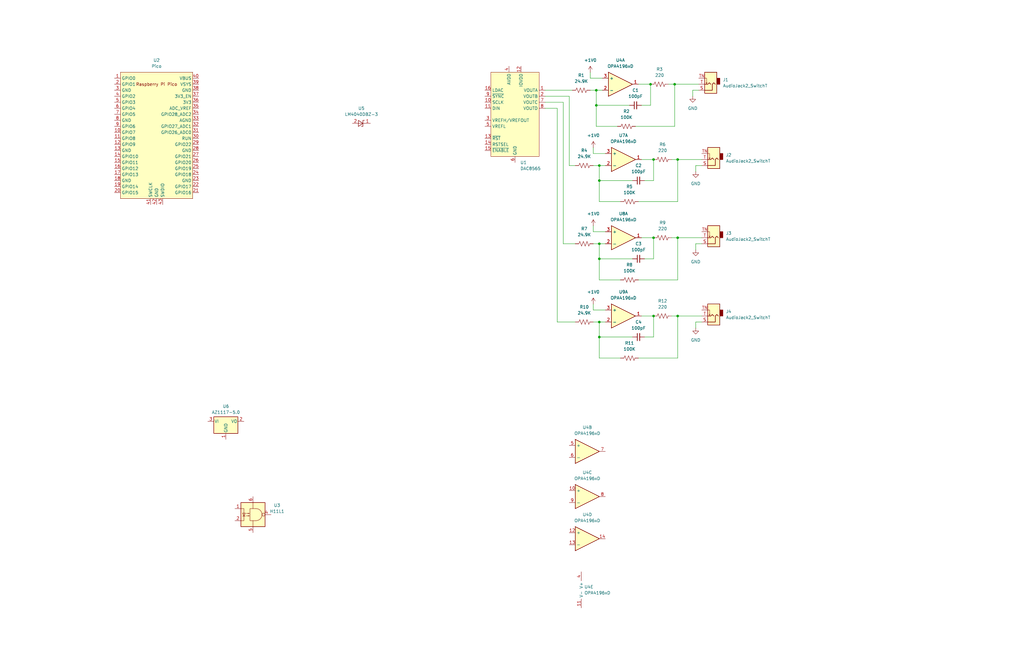
<source format=kicad_sch>
(kicad_sch (version 20231120) (generator "eeschema") (generator_version "8.0")
  (paper "B")
  (lib_symbols
    (symbol "Amplifier_Operational:OPA4196xD"
      (property "Reference" "U" (at 0 3.81 0))
      (property "Value" "OPA4196xD" (at 0 -3.81 0))
      (symbol "OPA4196xD_1_1"
        (polyline (pts (xy -5.08 5.08) (xy 5.08 0) (xy -5.08 -5.08) (xy -5.08 5.08)) (stroke (width 0.254)) (fill (type background)))
        (pin output line (at 7.62 0 180) (length 2.54) (name "~") (number "1"))
        (pin input line (at -7.62 -2.54 0) (length 2.54) (name "-") (number "2"))
        (pin input line (at -7.62 2.54 0) (length 2.54) (name "+") (number "3"))
      )
      (symbol "OPA4196xD_2_1"
        (polyline (pts (xy -5.08 5.08) (xy 5.08 0) (xy -5.08 -5.08) (xy -5.08 5.08)) (stroke (width 0.254)) (fill (type background)))
        (pin input line (at -7.62 2.54 0) (length 2.54) (name "+") (number "5"))
        (pin input line (at -7.62 -2.54 0) (length 2.54) (name "-") (number "6"))
        (pin output line (at 7.62 0 180) (length 2.54) (name "~") (number "7"))
      )
      (symbol "OPA4196xD_3_1"
        (polyline (pts (xy -5.08 5.08) (xy 5.08 0) (xy -5.08 -5.08) (xy -5.08 5.08)) (stroke (width 0.254)) (fill (type background)))
        (pin input line (at -7.62 2.54 0) (length 2.54) (name "+") (number "10"))
        (pin output line (at 7.62 0 180) (length 2.54) (name "~") (number "8"))
        (pin input line (at -7.62 -2.54 0) (length 2.54) (name "-") (number "9"))
      )
      (symbol "OPA4196xD_4_1"
        (polyline (pts (xy -5.08 5.08) (xy 5.08 0) (xy -5.08 -5.08) (xy -5.08 5.08)) (stroke (width 0.254)) (fill (type background)))
        (pin input line (at -7.62 2.54 0) (length 2.54) (name "+") (number "12"))
        (pin input line (at -7.62 -2.54 0) (length 2.54) (name "-") (number "13"))
        (pin output line (at 7.62 0 180) (length 2.54) (name "~") (number "14"))
      )
      (symbol "OPA4196xD_5_1"
        (pin power_in line (at -2.54 -7.62 90) (length 3.81) (name "V-") (number "11"))
        (pin power_in line (at -2.54 7.62 270) (length 3.81) (name "V+") (number "4"))
      )
    )
    (symbol "Analog_DAC:DAC8565"
      (property "Reference" "U" (at -8.89 21.59 0))
      (property "Value" "DAC8565" (at 10.16 21.59 0))
      (symbol "DAC8565_0_0"
        (pin output line (at 12.7 12.7 180) (length 2.54) (name "VOUTA") (number "1"))
        (pin input line (at -12.7 7.62 0) (length 2.54) (name "SCLK") (number "10"))
        (pin input line (at -12.7 5.08 0) (length 2.54) (name "DIN") (number "11"))
        (pin power_in line (at 2.54 22.86 270) (length 2.54) (name "IOVDD") (number "12"))
        (pin input line (at -12.7 -7.62 0) (length 2.54) (name "~{RST}") (number "13"))
        (pin input line (at -12.7 -10.16 0) (length 2.54) (name "RSTSEL") (number "14"))
        (pin input line (at -12.7 -12.7 0) (length 2.54) (name "~{ENABLE}") (number "15"))
        (pin input line (at -12.7 12.7 0) (length 2.54) (name "LDAC") (number "16"))
        (pin output line (at 12.7 10.16 180) (length 2.54) (name "VOUTB") (number "2"))
        (pin bidirectional line (at -12.7 0 0) (length 2.54) (name "VREFH/VREFOUT") (number "3"))
        (pin power_in line (at -2.54 22.86 270) (length 2.54) (name "AVDD") (number "4"))
        (pin input line (at -12.7 -2.54 0) (length 2.54) (name "VREFL") (number "5"))
        (pin power_in line (at 0 -17.78 90) (length 2.54) (name "GND") (number "6"))
        (pin output line (at 12.7 7.62 180) (length 2.54) (name "VOUTC") (number "7"))
        (pin output line (at 12.7 5.08 180) (length 2.54) (name "VOUTD") (number "8"))
        (pin input line (at -12.7 10.16 0) (length 2.54) (name "~{SYNC}") (number "9"))
      )
      (symbol "DAC8565_0_1"
        (rectangle (start -10.16 20.32) (end 10.16 -15.24) (stroke (width 0.1524)) (fill (type background)))
      )
    )
    (symbol "Connector_Audio:AudioJack2_SwitchT"
      (property "Reference" "J" (at 0 8.89 0))
      (property "Value" "AudioJack2_SwitchT" (at 0 6.35 0))
      (symbol "AudioJack2_SwitchT_0_1"
        (rectangle (start -2.54 0) (end -3.81 -2.54) (stroke (width 0.254)) (fill (type outline)))
        (polyline (pts (xy 1.778 -0.254) (xy 2.032 -0.762)))
        (polyline (pts (xy 0 0) (xy 0.635 -0.635) (xy 1.27 0) (xy 2.54 0)) (stroke (width 0.254)))
        (polyline (pts (xy 2.54 -2.54) (xy 1.778 -2.54) (xy 1.778 -0.254) (xy 1.524 -0.762)))
        (polyline (pts (xy 2.54 2.54) (xy -0.635 2.54) (xy -0.635 0) (xy -1.27 -0.635) (xy -1.905 0)) (stroke (width 0.254)))
        (rectangle (start 2.54 3.81) (end -2.54 -5.08) (stroke (width 0.254)) (fill (type background)))
      )
      (symbol "AudioJack2_SwitchT_1_1"
        (pin passive line (at 5.08 2.54 180) (length 2.54) (name "~") (number "S"))
        (pin passive line (at 5.08 0 180) (length 2.54) (name "~") (number "T"))
        (pin passive line (at 5.08 -2.54 180) (length 2.54) (name "~") (number "TN"))
      )
    )
    (symbol "Device:C_Small" (pin_numbers hide) (pin_names (offset 0.254) hide)
      (property "Reference" "C" (at 0.254 1.778 0))
      (property "Value" "C_Small" (at 0.254 -2.032 0))
      (symbol "C_Small_0_1"
        (polyline (pts (xy -1.524 -0.508) (xy 1.524 -0.508)) (stroke (width 0.3302)))
        (polyline (pts (xy -1.524 0.508) (xy 1.524 0.508)) (stroke (width 0.3048)))
      )
      (symbol "C_Small_1_1"
        (pin passive line (at 0 2.54 270) (length 2.032) (name "~") (number "1"))
        (pin passive line (at 0 -2.54 90) (length 2.032) (name "~") (number "2"))
      )
    )
    (symbol "Device:R_US" (pin_numbers hide) (pin_names (offset 0))
      (property "Reference" "R" (at 2.54 0 90))
      (property "Value" "R_US" (at -2.54 0 90))
      (symbol "R_US_0_1"
        (polyline (pts (xy 0 -2.286) (xy 0 -2.54)))
        (polyline (pts (xy 0 2.286) (xy 0 2.54)))
        (polyline (pts (xy 0 -0.762) (xy 1.016 -1.143) (xy 0 -1.524) (xy -1.016 -1.905) (xy 0 -2.286)))
        (polyline (pts (xy 0 0.762) (xy 1.016 0.381) (xy 0 0) (xy -1.016 -0.381) (xy 0 -0.762)))
        (polyline (pts (xy 0 2.286) (xy 1.016 1.905) (xy 0 1.524) (xy -1.016 1.143) (xy 0 0.762)))
      )
      (symbol "R_US_1_1"
        (pin passive line (at 0 3.81 270) (length 1.27) (name "~") (number "1"))
        (pin passive line (at 0 -3.81 90) (length 1.27) (name "~") (number "2"))
      )
    )
    (symbol "Isolator:H11L1" (pin_names (offset 1.016))
      (property "Reference" "U" (at 1.27 8.89 0))
      (property "Value" "H11L1" (at 1.27 6.35 0))
      (symbol "H11L1_0_1"
        (rectangle (start -5.08 5.08) (end 5.08 -5.08) (stroke (width 0.254)) (fill (type background)))
        (polyline (pts (xy -4.445 -0.635) (xy -3.175 -0.635)))
        (polyline (pts (xy 0 2.54) (xy 0 5.08)))
        (polyline (pts (xy 0 -2.54) (xy 0 -5.08) (xy 0 -3.81)))
        (polyline (pts (xy -5.08 -2.54) (xy -3.81 -2.54) (xy -3.81 2.54) (xy -5.08 2.54)))
        (polyline (pts (xy -3.81 -0.635) (xy -4.445 0.635) (xy -3.175 0.635) (xy -3.81 -0.635)))
        (polyline (pts (xy 1.27 -2.54) (xy -1.27 -2.54) (xy -1.27 2.54) (xy 1.27 2.54)))
        (polyline (pts (xy -2.794 -0.508) (xy -1.524 -0.508) (xy -1.905 -0.635) (xy -1.905 -0.381) (xy -1.524 -0.508)))
        (polyline (pts (xy -2.794 0.508) (xy -1.524 0.508) (xy -1.905 0.381) (xy -1.905 0.635) (xy -1.524 0.508)))
        (arc (start 1.27 -2.54) (mid 3.799 0) (end 1.27 2.54))
      )
      (symbol "H11L1_1_1"
        (pin passive line (at -7.62 2.54 0) (length 2.54) (name "~") (number "1"))
        (pin passive line (at -7.62 -2.54 0) (length 2.54) (name "~") (number "2"))
        (pin no_connect line (at -5.08 0 0) (length 2.54) hide (name "~") (number "3"))
        (pin output inverted (at 7.62 0 180) (length 3.81) (name "~") (number "4"))
        (pin power_in line (at 0 -7.62 90) (length 2.54) (name "~") (number "5"))
        (pin power_in line (at 0 7.62 270) (length 2.54) (name "~") (number "6"))
      )
    )
    (symbol "Reference_Voltage:LM4040DBZ-3" (pin_names (offset 0.0254) hide)
      (property "Reference" "U" (at 0 2.54 0))
      (property "Value" "LM4040DBZ-3" (at 0 -3.175 0))
      (symbol "LM4040DBZ-3_0_1"
        (polyline (pts (xy -1.27 0) (xy 0 0) (xy 1.27 0)))
        (polyline (pts (xy -1.27 -1.27) (xy 0.635 0) (xy -1.27 1.27) (xy -1.27 -1.27)) (stroke (width 0.2032)))
        (polyline (pts (xy 0 -1.27) (xy 0.635 -1.27) (xy 0.635 1.27) (xy 1.27 1.27)) (stroke (width 0.2032)))
      )
      (symbol "LM4040DBZ-3_1_1"
        (pin passive line (at 3.81 0 180) (length 2.54) (name "K") (number "1"))
        (pin passive line (at -3.81 0 0) (length 2.54) (name "A") (number "2"))
      )
    )
    (symbol "Regulator_Linear:AZ1117-5.0" (pin_names (offset 0.254))
      (property "Reference" "U" (at -3.81 3.175 0))
      (property "Value" "AZ1117-5.0" (at 0 3.175 0))
      (symbol "AZ1117-5.0_0_1"
        (rectangle (start -5.08 1.905) (end 5.08 -5.08) (stroke (width 0.254)) (fill (type background)))
      )
      (symbol "AZ1117-5.0_1_1"
        (pin power_in line (at 0 -7.62 90) (length 2.54) (name "GND") (number "1"))
        (pin power_out line (at 7.62 0 180) (length 2.54) (name "VO") (number "2"))
        (pin power_in line (at -7.62 0 0) (length 2.54) (name "VI") (number "3"))
      )
    )
    (symbol "power:+1V0" (power) (pin_numbers hide) (pin_names (offset 0) hide)
      (property "Value" "+1V0" (at 0 3.556 0))
      (symbol "+1V0_0_1"
        (polyline (pts (xy -0.762 1.27) (xy 0 2.54)))
        (polyline (pts (xy 0 0) (xy 0 2.54)))
        (polyline (pts (xy 0 2.54) (xy 0.762 1.27)))
      )
      (symbol "+1V0_1_1"
        (pin power_in line (at 0 0 90) (length 0) (name "~") (number "1"))
      )
    )
    (symbol "power:GND" (power) (pin_numbers hide) (pin_names (offset 0) hide)
      (property "Value" "GND" (at 0 -3.81 0))
      (symbol "GND_0_1"
        (polyline (pts (xy 0 0) (xy 0 -1.27) (xy 1.27 -1.27) (xy 0 -2.54) (xy -1.27 -1.27) (xy 0 -1.27)))
      )
      (symbol "GND_1_1"
        (pin power_in line (at 0 0 270) (length 0) (name "~") (number "1"))
      )
    )
    (symbol "rp_pico:Pico"
      (property "Reference" "U" (at -13.97 27.94 0))
      (property "Value" "Pico" (at 0 19.05 0))
      (symbol "Pico_0_0"
        (text "Raspberry Pi Pico" (at 0 21.59 0) (effects (font (size 1.27 1.27))))
      )
      (symbol "Pico_0_1"
        (rectangle (start -15.24 26.67) (end 15.24 -26.67) (fill (type background)))
      )
      (symbol "Pico_1_1"
        (pin bidirectional line (at -17.78 24.13 0) (length 2.54) (name "GPIO0") (number "1"))
        (pin bidirectional line (at -17.78 1.27 0) (length 2.54) (name "GPIO7") (number "10"))
        (pin bidirectional line (at -17.78 -1.27 0) (length 2.54) (name "GPIO8") (number "11"))
        (pin bidirectional line (at -17.78 -3.81 0) (length 2.54) (name "GPIO9") (number "12"))
        (pin power_in line (at -17.78 -6.35 0) (length 2.54) (name "GND") (number "13"))
        (pin bidirectional line (at -17.78 -8.89 0) (length 2.54) (name "GPIO10") (number "14"))
        (pin bidirectional line (at -17.78 -11.43 0) (length 2.54) (name "GPIO11") (number "15"))
        (pin bidirectional line (at -17.78 -13.97 0) (length 2.54) (name "GPIO12") (number "16"))
        (pin bidirectional line (at -17.78 -16.51 0) (length 2.54) (name "GPIO13") (number "17"))
        (pin power_in line (at -17.78 -19.05 0) (length 2.54) (name "GND") (number "18"))
        (pin bidirectional line (at -17.78 -21.59 0) (length 2.54) (name "GPIO14") (number "19"))
        (pin bidirectional line (at -17.78 21.59 0) (length 2.54) (name "GPIO1") (number "2"))
        (pin bidirectional line (at -17.78 -24.13 0) (length 2.54) (name "GPIO15") (number "20"))
        (pin bidirectional line (at 17.78 -24.13 180) (length 2.54) (name "GPIO16") (number "21"))
        (pin bidirectional line (at 17.78 -21.59 180) (length 2.54) (name "GPIO17") (number "22"))
        (pin power_in line (at 17.78 -19.05 180) (length 2.54) (name "GND") (number "23"))
        (pin bidirectional line (at 17.78 -16.51 180) (length 2.54) (name "GPIO18") (number "24"))
        (pin bidirectional line (at 17.78 -13.97 180) (length 2.54) (name "GPIO19") (number "25"))
        (pin bidirectional line (at 17.78 -11.43 180) (length 2.54) (name "GPIO20") (number "26"))
        (pin bidirectional line (at 17.78 -8.89 180) (length 2.54) (name "GPIO21") (number "27"))
        (pin power_in line (at 17.78 -6.35 180) (length 2.54) (name "GND") (number "28"))
        (pin bidirectional line (at 17.78 -3.81 180) (length 2.54) (name "GPIO22") (number "29"))
        (pin power_in line (at -17.78 19.05 0) (length 2.54) (name "GND") (number "3"))
        (pin input line (at 17.78 -1.27 180) (length 2.54) (name "RUN") (number "30"))
        (pin bidirectional line (at 17.78 1.27 180) (length 2.54) (name "GPIO26_ADC0") (number "31"))
        (pin bidirectional line (at 17.78 3.81 180) (length 2.54) (name "GPIO27_ADC1") (number "32"))
        (pin power_in line (at 17.78 6.35 180) (length 2.54) (name "AGND") (number "33"))
        (pin bidirectional line (at 17.78 8.89 180) (length 2.54) (name "GPIO28_ADC2") (number "34"))
        (pin power_in line (at 17.78 11.43 180) (length 2.54) (name "ADC_VREF") (number "35"))
        (pin power_in line (at 17.78 13.97 180) (length 2.54) (name "3V3") (number "36"))
        (pin input line (at 17.78 16.51 180) (length 2.54) (name "3V3_EN") (number "37"))
        (pin bidirectional line (at 17.78 19.05 180) (length 2.54) (name "GND") (number "38"))
        (pin power_in line (at 17.78 21.59 180) (length 2.54) (name "VSYS") (number "39"))
        (pin bidirectional line (at -17.78 16.51 0) (length 2.54) (name "GPIO2") (number "4"))
        (pin power_in line (at 17.78 24.13 180) (length 2.54) (name "VBUS") (number "40"))
        (pin input line (at -2.54 -29.21 90) (length 2.54) (name "SWCLK") (number "41"))
        (pin power_in line (at 0 -29.21 90) (length 2.54) (name "GND") (number "42"))
        (pin bidirectional line (at 2.54 -29.21 90) (length 2.54) (name "SWDIO") (number "43"))
        (pin bidirectional line (at -17.78 13.97 0) (length 2.54) (name "GPIO3") (number "5"))
        (pin bidirectional line (at -17.78 11.43 0) (length 2.54) (name "GPIO4") (number "6"))
        (pin bidirectional line (at -17.78 8.89 0) (length 2.54) (name "GPIO5") (number "7"))
        (pin power_in line (at -17.78 6.35 0) (length 2.54) (name "GND") (number "8"))
        (pin bidirectional line (at -17.78 3.81 0) (length 2.54) (name "GPIO6") (number "9"))
      )
    )
  )
  (junction (at 252.73 109.22))
  (junction (at 285.75 133.35))
  (junction (at 284.48 35.56))
  (junction (at 275.59 67.31))
  (junction (at 275.59 133.35))
  (junction (at 252.73 69.85))
  (junction (at 252.73 102.87))
  (junction (at 252.73 135.89))
  (junction (at 251.46 44.45))
  (junction (at 252.73 76.2))
  (junction (at 252.73 142.24))
  (junction (at 285.75 67.31))
  (junction (at 274.32 35.56))
  (junction (at 251.46 38.1))
  (junction (at 275.59 100.33))
  (junction (at 285.75 100.33))
  (wire (pts (xy 252.73 85.09) (xy 261.62 85.09)))
  (wire (pts (xy 285.75 100.33) (xy 283.21 100.33)))
  (wire (pts (xy 284.48 53.34) (xy 284.48 35.56)))
  (wire (pts (xy 285.75 118.11) (xy 285.75 100.33)))
  (wire (pts (xy 250.19 64.77) (xy 250.19 62.23)))
  (wire (pts (xy 252.73 151.13) (xy 261.62 151.13)))
  (wire (pts (xy 285.75 67.31) (xy 295.91 67.31)))
  (wire (pts (xy 269.24 85.09) (xy 285.75 85.09)))
  (wire (pts (xy 295.91 102.87) (xy 293.37 102.87)))
  (wire (pts (xy 285.75 133.35) (xy 283.21 133.35)))
  (wire (pts (xy 255.27 64.77) (xy 250.19 64.77)))
  (wire (pts (xy 293.37 135.89) (xy 293.37 138.43)))
  (wire (pts (xy 294.64 38.1) (xy 292.1 38.1)))
  (wire (pts (xy 275.59 100.33) (xy 275.59 109.22)))
  (wire (pts (xy 229.87 38.1) (xy 241.3 38.1)))
  (wire (pts (xy 252.73 76.2) (xy 266.7 76.2)))
  (wire (pts (xy 285.75 85.09) (xy 285.75 67.31)))
  (wire (pts (xy 255.27 97.79) (xy 250.19 97.79)))
  (wire (pts (xy 274.32 35.56) (xy 269.24 35.56)))
  (wire (pts (xy 237.49 43.18) (xy 237.49 102.87)))
  (wire (pts (xy 275.59 76.2) (xy 271.78 76.2)))
  (wire (pts (xy 252.73 102.87) (xy 255.27 102.87)))
  (wire (pts (xy 275.59 100.33) (xy 270.51 100.33)))
  (wire (pts (xy 252.73 69.85) (xy 252.73 76.2)))
  (wire (pts (xy 240.03 40.64) (xy 240.03 69.85)))
  (wire (pts (xy 252.73 135.89) (xy 255.27 135.89)))
  (wire (pts (xy 248.92 38.1) (xy 251.46 38.1)))
  (wire (pts (xy 250.19 69.85) (xy 252.73 69.85)))
  (wire (pts (xy 248.92 33.02) (xy 248.92 30.48)))
  (wire (pts (xy 293.37 69.85) (xy 293.37 72.39)))
  (wire (pts (xy 250.19 97.79) (xy 250.19 95.25)))
  (wire (pts (xy 275.59 133.35) (xy 275.59 142.24)))
  (wire (pts (xy 237.49 102.87) (xy 242.57 102.87)))
  (wire (pts (xy 229.87 45.72) (xy 234.95 45.72)))
  (wire (pts (xy 285.75 133.35) (xy 295.91 133.35)))
  (wire (pts (xy 252.73 142.24) (xy 252.73 151.13)))
  (wire (pts (xy 275.59 109.22) (xy 271.78 109.22)))
  (wire (pts (xy 250.19 130.81) (xy 250.19 128.27)))
  (wire (pts (xy 240.03 69.85) (xy 242.57 69.85)))
  (wire (pts (xy 275.59 142.24) (xy 271.78 142.24)))
  (wire (pts (xy 254 33.02) (xy 248.92 33.02)))
  (wire (pts (xy 255.27 130.81) (xy 250.19 130.81)))
  (wire (pts (xy 229.87 43.18) (xy 237.49 43.18)))
  (wire (pts (xy 234.95 135.89) (xy 242.57 135.89)))
  (wire (pts (xy 295.91 135.89) (xy 293.37 135.89)))
  (wire (pts (xy 234.95 45.72) (xy 234.95 135.89)))
  (wire (pts (xy 269.24 118.11) (xy 285.75 118.11)))
  (wire (pts (xy 251.46 44.45) (xy 265.43 44.45)))
  (wire (pts (xy 252.73 135.89) (xy 252.73 142.24)))
  (wire (pts (xy 252.73 109.22) (xy 252.73 118.11)))
  (wire (pts (xy 275.59 67.31) (xy 270.51 67.31)))
  (wire (pts (xy 252.73 76.2) (xy 252.73 85.09)))
  (wire (pts (xy 285.75 151.13) (xy 285.75 133.35)))
  (wire (pts (xy 252.73 69.85) (xy 255.27 69.85)))
  (wire (pts (xy 250.19 102.87) (xy 252.73 102.87)))
  (wire (pts (xy 252.73 109.22) (xy 266.7 109.22)))
  (wire (pts (xy 274.32 44.45) (xy 270.51 44.45)))
  (wire (pts (xy 269.24 151.13) (xy 285.75 151.13)))
  (wire (pts (xy 275.59 133.35) (xy 270.51 133.35)))
  (wire (pts (xy 252.73 102.87) (xy 252.73 109.22)))
  (wire (pts (xy 252.73 142.24) (xy 266.7 142.24)))
  (wire (pts (xy 251.46 38.1) (xy 251.46 44.45)))
  (wire (pts (xy 292.1 38.1) (xy 292.1 40.64)))
  (wire (pts (xy 285.75 100.33) (xy 295.91 100.33)))
  (wire (pts (xy 295.91 69.85) (xy 293.37 69.85)))
  (wire (pts (xy 250.19 135.89) (xy 252.73 135.89)))
  (wire (pts (xy 267.97 53.34) (xy 284.48 53.34)))
  (wire (pts (xy 284.48 35.56) (xy 294.64 35.56)))
  (wire (pts (xy 293.37 102.87) (xy 293.37 105.41)))
  (wire (pts (xy 284.48 35.56) (xy 281.94 35.56)))
  (wire (pts (xy 274.32 35.56) (xy 274.32 44.45)))
  (wire (pts (xy 251.46 53.34) (xy 260.35 53.34)))
  (wire (pts (xy 285.75 67.31) (xy 283.21 67.31)))
  (wire (pts (xy 229.87 40.64) (xy 240.03 40.64)))
  (wire (pts (xy 275.59 67.31) (xy 275.59 76.2)))
  (wire (pts (xy 251.46 38.1) (xy 254 38.1)))
  (wire (pts (xy 251.46 44.45) (xy 251.46 53.34)))
  (wire (pts (xy 252.73 118.11) (xy 261.62 118.11)))
  (symbol (lib_id "power:+1V0") (at 248.92 30.48 0) (unit 1)
    (property "Reference" "#PWR01" (effects (hide yes)))
    (property "Value" "+1V0" (at 248.92 25.4 0))
    (property "Description" "Power symbol creates a global label with name \"+1V0\"" (effects (hide yes)))
  )
  (symbol (lib_id "Connector_Audio:AudioJack2_SwitchT") (at 300.99 100.33 180) (unit 1)
    (property "Reference" "J3" (at 306.07 98.4249 0) (effects (justify right)))
    (property "Value" "AudioJack2_SwitchT" (at 306.07 100.9649 0) (effects (justify right)))
    (property "Description" "Audio Jack, 2 Poles (Mono / TS), Switched T Pole (Normalling)" (effects (hide yes)))
  )
  (symbol (lib_id "Amplifier_Operational:OPA4196xD") (at 247.65 227.33 0) (unit 4)
    (property "Reference" "U4" (at 247.65 217.17 0))
    (property "Value" "OPA4196xD" (at 247.65 219.71 0))
    (property "Footprint" "Package_SO:SOIC-14_3.9x8.7mm_P1.27mm" (effects (hide yes)))
    (property "Datasheet" "http://www.ti.com/lit/ds/symlink/opa4196.pdf" (effects (hide yes)))
    (property "Description" "Quad, Low-Power, Low Offset Voltage, Rail-to-Rail Operational Amplifier, SOIC-14" (effects (hide yes)))
  )
  (symbol (lib_id "Device:R_US") (at 246.38 69.85 90) (unit 1)
    (property "Reference" "R4" (at 246.38 63.5 90))
    (property "Value" "24.9K" (at 246.38 66.04 90))
    (property "Footprint" "Resistor_SMD:R_0603_1608Metric" (effects (hide yes)))
    (property "Description" "Resistor, US symbol" (effects (hide yes)))
  )
  (symbol (lib_id "rp_pico:Pico") (at 66.04 57.15 0) (unit 1)
    (property "Reference" "U2" (at 66.04 25.4 0))
    (property "Value" "Pico" (at 66.04 27.94 0))
    (property "Footprint" "RPi_Pico:RPi_Pico_SMD_TH" (effects (hide yes)))
  )
  (symbol (lib_id "Amplifier_Operational:OPA4196xD") (at 247.65 248.92 0) (unit 5)
    (property "Reference" "U4" (at 246.38 247.6499 0) (effects (justify left)))
    (property "Value" "OPA4196xD" (at 246.38 250.1899 0) (effects (justify left)))
    (property "Footprint" "Package_SO:SOIC-14_3.9x8.7mm_P1.27mm" (effects (hide yes)))
    (property "Datasheet" "http://www.ti.com/lit/ds/symlink/opa4196.pdf" (effects (hide yes)))
    (property "Description" "Quad, Low-Power, Low Offset Voltage, Rail-to-Rail Operational Amplifier, SOIC-14" (effects (hide yes)))
  )
  (symbol (lib_id "Regulator_Linear:AZ1117-5.0") (at 95.25 177.8 0) (unit 1)
    (property "Reference" "U6" (at 95.25 171.45 0))
    (property "Value" "AZ1117-5.0" (at 95.25 173.99 0))
    (property "Footprint" "Package_TO_SOT_SMD:TO-252-2" (effects (hide yes)))
    (property "Datasheet" "https://www.diodes.com/assets/Datasheets/AZ1117.pdf" (effects (hide yes)))
    (property "Description" "1A 20V Fixed LDO Linear Regulator, 5.0V, SOT-89/SOT-223/TO-220/TO-252/TO-263" (effects (hide yes)))
  )
  (symbol (lib_id "Device:C_Small") (at 269.24 142.24 90) (unit 1)
    (property "Reference" "C4" (at 269.2463 135.89 90))
    (property "Value" "100pF" (at 269.2463 138.43 90))
    (property "Footprint" "Capacitor_SMD:C_0603_1608Metric" (effects (hide yes)))
    (property "Description" "Unpolarized capacitor, small symbol" (effects (hide yes)))
  )
  (symbol (lib_id "Amplifier_Operational:OPA4196xD") (at 261.62 35.56 0) (unit 1)
    (property "Reference" "U4" (at 261.62 25.4 0))
    (property "Value" "OPA4196xD" (at 261.62 27.94 0))
    (property "Footprint" "Package_SO:SOIC-14_3.9x8.7mm_P1.27mm" (effects (hide yes)))
    (property "Datasheet" "http://www.ti.com/lit/ds/symlink/opa4196.pdf" (effects (hide yes)))
    (property "Description" "Quad, Low-Power, Low Offset Voltage, Rail-to-Rail Operational Amplifier, SOIC-14" (effects (hide yes)))
  )
  (symbol (lib_id "Device:R_US") (at 246.38 135.89 90) (unit 1)
    (property "Reference" "R10" (at 246.38 129.54 90))
    (property "Value" "24.9K" (at 246.38 132.08 90))
    (property "Footprint" "Resistor_SMD:R_0603_1608Metric" (effects (hide yes)))
    (property "Description" "Resistor, US symbol" (effects (hide yes)))
  )
  (symbol (lib_id "Connector_Audio:AudioJack2_SwitchT") (at 299.72 35.56 180) (unit 1)
    (property "Reference" "J1" (at 304.8 33.6549 0) (effects (justify right)))
    (property "Value" "AudioJack2_SwitchT" (at 304.8 36.1949 0) (effects (justify right)))
    (property "Description" "Audio Jack, 2 Poles (Mono / TS), Switched T Pole (Normalling)" (effects (hide yes)))
  )
  (symbol (lib_id "Device:R_US") (at 245.11 38.1 90) (unit 1)
    (property "Reference" "R1" (at 245.11 31.75 90))
    (property "Value" "24.9K" (at 245.11 34.29 90))
    (property "Footprint" "Resistor_SMD:R_0603_1608Metric" (effects (hide yes)))
    (property "Description" "Resistor, US symbol" (effects (hide yes)))
  )
  (symbol (lib_id "power:+1V0") (at 250.19 95.25 0) (unit 1)
    (property "Reference" "#PWR05" (effects (hide yes)))
    (property "Value" "+1V0" (at 250.19 90.17 0))
    (property "Description" "Power symbol creates a global label with name \"+1V0\"" (effects (hide yes)))
  )
  (symbol (lib_id "power:GND") (at 293.37 138.43 0) (unit 1)
    (property "Reference" "#PWR08" (effects (hide yes)))
    (property "Value" "GND" (at 293.37 143.51 0))
    (property "Description" "Power symbol creates a global label with name \"GND\" , ground" (effects (hide yes)))
  )
  (symbol (lib_id "Device:R_US") (at 279.4 67.31 90) (unit 1)
    (property "Reference" "R6" (at 279.4 60.96 90))
    (property "Value" "220" (at 279.4 63.5 90))
    (property "Footprint" "Resistor_SMD:R_0603_1608Metric" (effects (hide yes)))
    (property "Description" "Resistor, US symbol" (effects (hide yes)))
  )
  (symbol (lib_id "Device:R_US") (at 265.43 151.13 90) (unit 1)
    (property "Reference" "R11" (at 265.43 144.78 90))
    (property "Value" "100K" (at 265.43 147.32 90))
    (property "Footprint" "Resistor_SMD:R_0603_1608Metric" (effects (hide yes)))
    (property "Description" "Resistor, US symbol" (effects (hide yes)))
  )
  (symbol (lib_id "power:GND") (at 292.1 40.64 0) (unit 1)
    (property "Reference" "#PWR02" (effects (hide yes)))
    (property "Value" "GND" (at 292.1 45.72 0))
    (property "Description" "Power symbol creates a global label with name \"GND\" , ground" (effects (hide yes)))
  )
  (symbol (lib_id "Amplifier_Operational:OPA4196xD") (at 247.65 209.55 0) (unit 3)
    (property "Reference" "U4" (at 247.65 199.39 0))
    (property "Value" "OPA4196xD" (at 247.65 201.93 0))
    (property "Footprint" "Package_SO:SOIC-14_3.9x8.7mm_P1.27mm" (effects (hide yes)))
    (property "Datasheet" "http://www.ti.com/lit/ds/symlink/opa4196.pdf" (effects (hide yes)))
    (property "Description" "Quad, Low-Power, Low Offset Voltage, Rail-to-Rail Operational Amplifier, SOIC-14" (effects (hide yes)))
  )
  (symbol (lib_id "Device:R_US") (at 279.4 100.33 90) (unit 1)
    (property "Reference" "R9" (at 279.4 93.98 90))
    (property "Value" "220" (at 279.4 96.52 90))
    (property "Footprint" "Resistor_SMD:R_0603_1608Metric" (effects (hide yes)))
    (property "Description" "Resistor, US symbol" (effects (hide yes)))
  )
  (symbol (lib_id "Amplifier_Operational:OPA4196xD") (at 262.89 133.35 0) (unit 1)
    (property "Reference" "U9" (at 262.89 123.19 0))
    (property "Value" "OPA4196xD" (at 262.89 125.73 0))
    (property "Footprint" "Package_SO:SOIC-14_3.9x8.7mm_P1.27mm" (effects (hide yes)))
    (property "Datasheet" "http://www.ti.com/lit/ds/symlink/opa4196.pdf" (effects (hide yes)))
    (property "Description" "Quad, Low-Power, Low Offset Voltage, Rail-to-Rail Operational Amplifier, SOIC-14" (effects (hide yes)))
  )
  (symbol (lib_id "power:GND") (at 293.37 72.39 0) (unit 1)
    (property "Reference" "#PWR04" (effects (hide yes)))
    (property "Value" "GND" (at 293.37 77.47 0))
    (property "Description" "Power symbol creates a global label with name \"GND\" , ground" (effects (hide yes)))
  )
  (symbol (lib_id "Device:C_Small") (at 269.24 76.2 90) (unit 1)
    (property "Reference" "C2" (at 269.2463 69.85 90))
    (property "Value" "100pF" (at 269.2463 72.39 90))
    (property "Footprint" "Capacitor_SMD:C_0603_1608Metric" (effects (hide yes)))
    (property "Description" "Unpolarized capacitor, small symbol" (effects (hide yes)))
  )
  (symbol (lib_id "Connector_Audio:AudioJack2_SwitchT") (at 300.99 133.35 180) (unit 1)
    (property "Reference" "J4" (at 306.07 131.4449 0) (effects (justify right)))
    (property "Value" "AudioJack2_SwitchT" (at 306.07 133.9849 0) (effects (justify right)))
    (property "Description" "Audio Jack, 2 Poles (Mono / TS), Switched T Pole (Normalling)" (effects (hide yes)))
  )
  (symbol (lib_id "Amplifier_Operational:OPA4196xD") (at 247.65 190.5 0) (unit 2)
    (property "Reference" "U4" (at 247.65 180.34 0))
    (property "Value" "OPA4196xD" (at 247.65 182.88 0))
    (property "Footprint" "Package_SO:SOIC-14_3.9x8.7mm_P1.27mm" (effects (hide yes)))
    (property "Datasheet" "http://www.ti.com/lit/ds/symlink/opa4196.pdf" (effects (hide yes)))
    (property "Description" "Quad, Low-Power, Low Offset Voltage, Rail-to-Rail Operational Amplifier, SOIC-14" (effects (hide yes)))
  )
  (symbol (lib_id "Device:C_Small") (at 267.97 44.45 90) (unit 1)
    (property "Reference" "C1" (at 267.9763 38.1 90))
    (property "Value" "100pF" (at 267.9763 40.64 90))
    (property "Footprint" "Capacitor_SMD:C_0603_1608Metric" (effects (hide yes)))
    (property "Description" "Unpolarized capacitor, small symbol" (effects (hide yes)))
  )
  (symbol (lib_id "power:+1V0") (at 250.19 128.27 0) (unit 1)
    (property "Reference" "#PWR07" (effects (hide yes)))
    (property "Value" "+1V0" (at 250.19 123.19 0))
    (property "Description" "Power symbol creates a global label with name \"+1V0\"" (effects (hide yes)))
  )
  (symbol (lib_id "power:+1V0") (at 250.19 62.23 0) (unit 1)
    (property "Reference" "#PWR03" (effects (hide yes)))
    (property "Value" "+1V0" (at 250.19 57.15 0))
    (property "Description" "Power symbol creates a global label with name \"+1V0\"" (effects (hide yes)))
  )
  (symbol (lib_id "Device:C_Small") (at 269.24 109.22 90) (unit 1)
    (property "Reference" "C3" (at 269.2463 102.87 90))
    (property "Value" "100pF" (at 269.2463 105.41 90))
    (property "Footprint" "Capacitor_SMD:C_0603_1608Metric" (effects (hide yes)))
    (property "Description" "Unpolarized capacitor, small symbol" (effects (hide yes)))
  )
  (symbol (lib_id "power:GND") (at 293.37 105.41 0) (unit 1)
    (property "Reference" "#PWR06" (effects (hide yes)))
    (property "Value" "GND" (at 293.37 110.49 0))
    (property "Description" "Power symbol creates a global label with name \"GND\" , ground" (effects (hide yes)))
  )
  (symbol (lib_id "Device:R_US") (at 246.38 102.87 90) (unit 1)
    (property "Reference" "R7" (at 246.38 96.52 90))
    (property "Value" "24.9K" (at 246.38 99.06 90))
    (property "Footprint" "Resistor_SMD:R_0603_1608Metric" (effects (hide yes)))
    (property "Description" "Resistor, US symbol" (effects (hide yes)))
  )
  (symbol (lib_id "Device:R_US") (at 279.4 133.35 90) (unit 1)
    (property "Reference" "R12" (at 279.4 127 90))
    (property "Value" "220" (at 279.4 129.54 90))
    (property "Footprint" "Resistor_SMD:R_0603_1608Metric" (effects (hide yes)))
    (property "Description" "Resistor, US symbol" (effects (hide yes)))
  )
  (symbol (lib_id "Analog_DAC:DAC8565") (at 217.17 50.8 0) (unit 1)
    (property "Reference" "U1" (at 219.3641 68.58 0) (effects (justify left)))
    (property "Value" "DAC8565" (at 219.3641 71.12 0) (effects (justify left)))
    (property "Footprint" "Package_SO:TSSOP-16_4.4x5mm_P0.65mm" (effects (hide yes)))
    (property "Datasheet" "https://www.ti.com/lit/ds/symlink/dac8565.pdf" (effects (hide yes)))
    (property "Description" "16-bit quad-channel voltage output DAC with 2.5V internal reference" (effects (hide yes)))
  )
  (symbol (lib_id "Reference_Voltage:LM4040DBZ-3") (at 152.4 52.07 0) (unit 1)
    (property "Reference" "U5" (at 152.4 45.72 0))
    (property "Value" "LM4040DBZ-3" (at 152.4 48.26 0))
    (property "Footprint" "Package_TO_SOT_SMD:SOT-23" (effects (hide yes)))
    (property "Datasheet" "http://www.ti.com/lit/ds/symlink/lm4040-n.pdf" (effects (hide yes)))
    (property "Description" "3.000V Precision Micropower Shunt Voltage Reference, SOT-23" (effects (hide yes)))
  )
  (symbol (lib_id "Amplifier_Operational:OPA4196xD") (at 262.89 67.31 0) (unit 1)
    (property "Reference" "U7" (at 262.89 57.15 0))
    (property "Value" "OPA4196xD" (at 262.89 59.69 0))
    (property "Footprint" "Package_SO:SOIC-14_3.9x8.7mm_P1.27mm" (effects (hide yes)))
    (property "Datasheet" "http://www.ti.com/lit/ds/symlink/opa4196.pdf" (effects (hide yes)))
    (property "Description" "Quad, Low-Power, Low Offset Voltage, Rail-to-Rail Operational Amplifier, SOIC-14" (effects (hide yes)))
  )
  (symbol (lib_id "Device:R_US") (at 264.16 53.34 90) (unit 1)
    (property "Reference" "R2" (at 264.16 46.99 90))
    (property "Value" "100K" (at 264.16 49.53 90))
    (property "Footprint" "Resistor_SMD:R_0603_1608Metric" (effects (hide yes)))
    (property "Description" "Resistor, US symbol" (effects (hide yes)))
  )
  (symbol (lib_id "Device:R_US") (at 265.43 85.09 90) (unit 1)
    (property "Reference" "R5" (at 265.43 78.74 90))
    (property "Value" "100K" (at 265.43 81.28 90))
    (property "Footprint" "Resistor_SMD:R_0603_1608Metric" (effects (hide yes)))
    (property "Description" "Resistor, US symbol" (effects (hide yes)))
  )
  (symbol (lib_id "Amplifier_Operational:OPA4196xD") (at 262.89 100.33 0) (unit 1)
    (property "Reference" "U8" (at 262.89 90.17 0))
    (property "Value" "OPA4196xD" (at 262.89 92.71 0))
    (property "Footprint" "Package_SO:SOIC-14_3.9x8.7mm_P1.27mm" (effects (hide yes)))
    (property "Datasheet" "http://www.ti.com/lit/ds/symlink/opa4196.pdf" (effects (hide yes)))
    (property "Description" "Quad, Low-Power, Low Offset Voltage, Rail-to-Rail Operational Amplifier, SOIC-14" (effects (hide yes)))
  )
  (symbol (lib_id "Device:R_US") (at 265.43 118.11 90) (unit 1)
    (property "Reference" "R8" (at 265.43 111.76 90))
    (property "Value" "100K" (at 265.43 114.3 90))
    (property "Footprint" "Resistor_SMD:R_0603_1608Metric" (effects (hide yes)))
    (property "Description" "Resistor, US symbol" (effects (hide yes)))
  )
  (symbol (lib_id "Isolator:H11L1") (at 106.68 217.17 0) (unit 1)
    (property "Reference" "U3" (at 116.84 213.233 0))
    (property "Value" "H11L1" (at 116.84 215.773 0))
    (property "Datasheet" "https://www.onsemi.com/pub/Collateral/H11L3M-D.PDF" (effects (hide yes)))
    (property "Description" "Schmitt Trigger Output Optocoupler, High Speed, DIP-6, 1.6mA turn on threshold" (effects (hide yes)))
  )
  (symbol (lib_id "Connector_Audio:AudioJack2_SwitchT") (at 300.99 67.31 180) (unit 1)
    (property "Reference" "J2" (at 306.07 65.4049 0) (effects (justify right)))
    (property "Value" "AudioJack2_SwitchT" (at 306.07 67.9449 0) (effects (justify right)))
    (property "Description" "Audio Jack, 2 Poles (Mono / TS), Switched T Pole (Normalling)" (effects (hide yes)))
  )
  (symbol (lib_id "Device:R_US") (at 278.13 35.56 90) (unit 1)
    (property "Reference" "R3" (at 278.13 29.21 90))
    (property "Value" "220" (at 278.13 31.75 90))
    (property "Footprint" "Resistor_SMD:R_0603_1608Metric" (effects (hide yes)))
    (property "Description" "Resistor, US symbol" (effects (hide yes)))
  )
)
</source>
